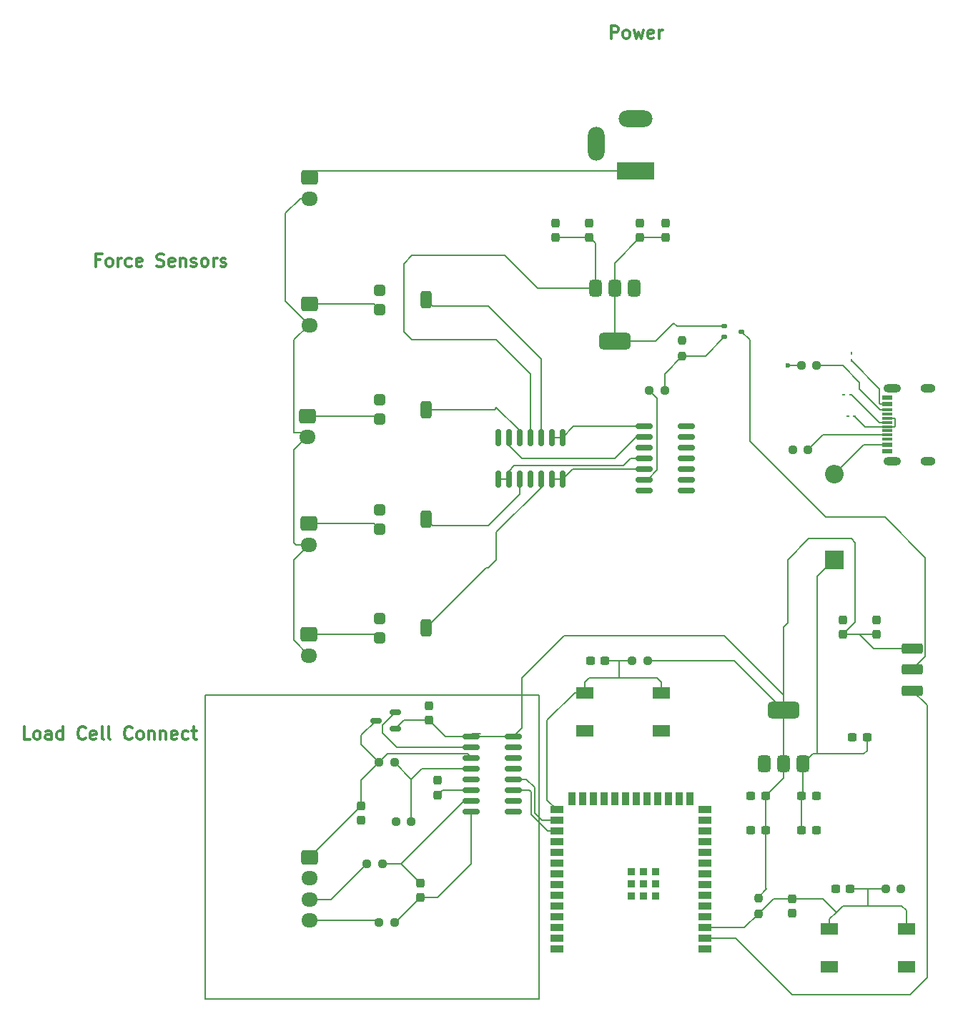
<source format=gbr>
%TF.GenerationSoftware,KiCad,Pcbnew,8.0.6*%
%TF.CreationDate,2024-11-14T02:25:25-08:00*%
%TF.ProjectId,project1,70726f6a-6563-4743-912e-6b696361645f,REV1*%
%TF.SameCoordinates,Original*%
%TF.FileFunction,Copper,L1,Top*%
%TF.FilePolarity,Positive*%
%FSLAX46Y46*%
G04 Gerber Fmt 4.6, Leading zero omitted, Abs format (unit mm)*
G04 Created by KiCad (PCBNEW 8.0.6) date 2024-11-14 02:25:25*
%MOMM*%
%LPD*%
G01*
G04 APERTURE LIST*
G04 Aperture macros list*
%AMRoundRect*
0 Rectangle with rounded corners*
0 $1 Rounding radius*
0 $2 $3 $4 $5 $6 $7 $8 $9 X,Y pos of 4 corners*
0 Add a 4 corners polygon primitive as box body*
4,1,4,$2,$3,$4,$5,$6,$7,$8,$9,$2,$3,0*
0 Add four circle primitives for the rounded corners*
1,1,$1+$1,$2,$3*
1,1,$1+$1,$4,$5*
1,1,$1+$1,$6,$7*
1,1,$1+$1,$8,$9*
0 Add four rect primitives between the rounded corners*
20,1,$1+$1,$2,$3,$4,$5,0*
20,1,$1+$1,$4,$5,$6,$7,0*
20,1,$1+$1,$6,$7,$8,$9,0*
20,1,$1+$1,$8,$9,$2,$3,0*%
G04 Aperture macros list end*
%TA.AperFunction,NonConductor*%
%ADD10C,0.200000*%
%TD*%
%ADD11C,0.300000*%
%TA.AperFunction,NonConductor*%
%ADD12C,0.300000*%
%TD*%
%TA.AperFunction,ComponentPad*%
%ADD13RoundRect,0.250000X-0.725000X0.600000X-0.725000X-0.600000X0.725000X-0.600000X0.725000X0.600000X0*%
%TD*%
%TA.AperFunction,ComponentPad*%
%ADD14O,1.950000X1.700000*%
%TD*%
%TA.AperFunction,SMDPad,CuDef*%
%ADD15RoundRect,0.375000X0.375000X-0.625000X0.375000X0.625000X-0.375000X0.625000X-0.375000X-0.625000X0*%
%TD*%
%TA.AperFunction,SMDPad,CuDef*%
%ADD16RoundRect,0.500000X1.400000X-0.500000X1.400000X0.500000X-1.400000X0.500000X-1.400000X-0.500000X0*%
%TD*%
%TA.AperFunction,SMDPad,CuDef*%
%ADD17RoundRect,0.375000X-0.375000X0.625000X-0.375000X-0.625000X0.375000X-0.625000X0.375000X0.625000X0*%
%TD*%
%TA.AperFunction,SMDPad,CuDef*%
%ADD18RoundRect,0.500000X-1.400000X0.500000X-1.400000X-0.500000X1.400000X-0.500000X1.400000X0.500000X0*%
%TD*%
%TA.AperFunction,SMDPad,CuDef*%
%ADD19RoundRect,0.150000X-0.825000X-0.150000X0.825000X-0.150000X0.825000X0.150000X-0.825000X0.150000X0*%
%TD*%
%TA.AperFunction,SMDPad,CuDef*%
%ADD20RoundRect,0.237500X0.237500X-0.250000X0.237500X0.250000X-0.237500X0.250000X-0.237500X-0.250000X0*%
%TD*%
%TA.AperFunction,SMDPad,CuDef*%
%ADD21RoundRect,0.237500X-0.250000X-0.237500X0.250000X-0.237500X0.250000X0.237500X-0.250000X0.237500X0*%
%TD*%
%TA.AperFunction,SMDPad,CuDef*%
%ADD22RoundRect,0.237500X0.250000X0.237500X-0.250000X0.237500X-0.250000X-0.237500X0.250000X-0.237500X0*%
%TD*%
%TA.AperFunction,SMDPad,CuDef*%
%ADD23RoundRect,0.237500X0.300000X0.237500X-0.300000X0.237500X-0.300000X-0.237500X0.300000X-0.237500X0*%
%TD*%
%TA.AperFunction,SMDPad,CuDef*%
%ADD24RoundRect,0.237500X-0.300000X-0.237500X0.300000X-0.237500X0.300000X0.237500X-0.300000X0.237500X0*%
%TD*%
%TA.AperFunction,SMDPad,CuDef*%
%ADD25RoundRect,0.237500X0.237500X-0.300000X0.237500X0.300000X-0.237500X0.300000X-0.237500X-0.300000X0*%
%TD*%
%TA.AperFunction,SMDPad,CuDef*%
%ADD26RoundRect,0.237500X-0.237500X0.300000X-0.237500X-0.300000X0.237500X-0.300000X0.237500X0.300000X0*%
%TD*%
%TA.AperFunction,SMDPad,CuDef*%
%ADD27R,2.100000X1.400000*%
%TD*%
%TA.AperFunction,SMDPad,CuDef*%
%ADD28RoundRect,0.250000X0.400000X-0.400000X0.400000X0.400000X-0.400000X0.400000X-0.400000X-0.400000X0*%
%TD*%
%TA.AperFunction,SMDPad,CuDef*%
%ADD29RoundRect,0.250000X0.400000X-0.750000X0.400000X0.750000X-0.400000X0.750000X-0.400000X-0.750000X0*%
%TD*%
%TA.AperFunction,SMDPad,CuDef*%
%ADD30R,1.240000X0.600000*%
%TD*%
%TA.AperFunction,SMDPad,CuDef*%
%ADD31R,1.240000X0.300000*%
%TD*%
%TA.AperFunction,ComponentPad*%
%ADD32O,2.100000X1.000000*%
%TD*%
%TA.AperFunction,ComponentPad*%
%ADD33O,1.800000X1.000000*%
%TD*%
%TA.AperFunction,SMDPad,CuDef*%
%ADD34RoundRect,0.150000X0.512500X0.150000X-0.512500X0.150000X-0.512500X-0.150000X0.512500X-0.150000X0*%
%TD*%
%TA.AperFunction,SMDPad,CuDef*%
%ADD35R,1.500000X0.900000*%
%TD*%
%TA.AperFunction,SMDPad,CuDef*%
%ADD36R,0.900000X1.500000*%
%TD*%
%TA.AperFunction,SMDPad,CuDef*%
%ADD37R,0.900000X0.900000*%
%TD*%
%TA.AperFunction,ComponentPad*%
%ADD38O,2.200000X2.200000*%
%TD*%
%TA.AperFunction,ComponentPad*%
%ADD39R,2.200000X2.200000*%
%TD*%
%TA.AperFunction,ComponentPad*%
%ADD40R,4.500000X2.000000*%
%TD*%
%TA.AperFunction,ComponentPad*%
%ADD41O,4.000000X2.000000*%
%TD*%
%TA.AperFunction,ComponentPad*%
%ADD42O,2.000000X4.000000*%
%TD*%
%TA.AperFunction,SMDPad,CuDef*%
%ADD43RoundRect,0.250000X1.000000X-0.375000X1.000000X0.375000X-1.000000X0.375000X-1.000000X-0.375000X0*%
%TD*%
%TA.AperFunction,SMDPad,CuDef*%
%ADD44RoundRect,0.062500X-0.062500X0.117500X-0.062500X-0.117500X0.062500X-0.117500X0.062500X0.117500X0*%
%TD*%
%TA.AperFunction,SMDPad,CuDef*%
%ADD45RoundRect,0.112500X-0.237500X0.112500X-0.237500X-0.112500X0.237500X-0.112500X0.237500X0.112500X0*%
%TD*%
%TA.AperFunction,SMDPad,CuDef*%
%ADD46RoundRect,0.150000X-0.150000X0.825000X-0.150000X-0.825000X0.150000X-0.825000X0.150000X0.825000X0*%
%TD*%
%TA.AperFunction,SMDPad,CuDef*%
%ADD47RoundRect,0.062500X-0.117500X-0.062500X0.117500X-0.062500X0.117500X0.062500X-0.117500X0.062500X0*%
%TD*%
%TA.AperFunction,SMDPad,CuDef*%
%ADD48RoundRect,0.150000X-0.850000X-0.150000X0.850000X-0.150000X0.850000X0.150000X-0.850000X0.150000X0*%
%TD*%
%TA.AperFunction,ViaPad*%
%ADD49C,0.600000*%
%TD*%
%TA.AperFunction,Conductor*%
%ADD50C,0.200000*%
%TD*%
G04 APERTURE END LIST*
D10*
X37500000Y-122000000D02*
X77000000Y-122000000D01*
X77000000Y-158000000D01*
X37500000Y-158000000D01*
X37500000Y-122000000D01*
D11*
D12*
X25054510Y-70515114D02*
X24554510Y-70515114D01*
X24554510Y-71300828D02*
X24554510Y-69800828D01*
X24554510Y-69800828D02*
X25268796Y-69800828D01*
X26054510Y-71300828D02*
X25911653Y-71229400D01*
X25911653Y-71229400D02*
X25840224Y-71157971D01*
X25840224Y-71157971D02*
X25768796Y-71015114D01*
X25768796Y-71015114D02*
X25768796Y-70586542D01*
X25768796Y-70586542D02*
X25840224Y-70443685D01*
X25840224Y-70443685D02*
X25911653Y-70372257D01*
X25911653Y-70372257D02*
X26054510Y-70300828D01*
X26054510Y-70300828D02*
X26268796Y-70300828D01*
X26268796Y-70300828D02*
X26411653Y-70372257D01*
X26411653Y-70372257D02*
X26483082Y-70443685D01*
X26483082Y-70443685D02*
X26554510Y-70586542D01*
X26554510Y-70586542D02*
X26554510Y-71015114D01*
X26554510Y-71015114D02*
X26483082Y-71157971D01*
X26483082Y-71157971D02*
X26411653Y-71229400D01*
X26411653Y-71229400D02*
X26268796Y-71300828D01*
X26268796Y-71300828D02*
X26054510Y-71300828D01*
X27197367Y-71300828D02*
X27197367Y-70300828D01*
X27197367Y-70586542D02*
X27268796Y-70443685D01*
X27268796Y-70443685D02*
X27340225Y-70372257D01*
X27340225Y-70372257D02*
X27483082Y-70300828D01*
X27483082Y-70300828D02*
X27625939Y-70300828D01*
X28768796Y-71229400D02*
X28625938Y-71300828D01*
X28625938Y-71300828D02*
X28340224Y-71300828D01*
X28340224Y-71300828D02*
X28197367Y-71229400D01*
X28197367Y-71229400D02*
X28125938Y-71157971D01*
X28125938Y-71157971D02*
X28054510Y-71015114D01*
X28054510Y-71015114D02*
X28054510Y-70586542D01*
X28054510Y-70586542D02*
X28125938Y-70443685D01*
X28125938Y-70443685D02*
X28197367Y-70372257D01*
X28197367Y-70372257D02*
X28340224Y-70300828D01*
X28340224Y-70300828D02*
X28625938Y-70300828D01*
X28625938Y-70300828D02*
X28768796Y-70372257D01*
X29983081Y-71229400D02*
X29840224Y-71300828D01*
X29840224Y-71300828D02*
X29554510Y-71300828D01*
X29554510Y-71300828D02*
X29411652Y-71229400D01*
X29411652Y-71229400D02*
X29340224Y-71086542D01*
X29340224Y-71086542D02*
X29340224Y-70515114D01*
X29340224Y-70515114D02*
X29411652Y-70372257D01*
X29411652Y-70372257D02*
X29554510Y-70300828D01*
X29554510Y-70300828D02*
X29840224Y-70300828D01*
X29840224Y-70300828D02*
X29983081Y-70372257D01*
X29983081Y-70372257D02*
X30054510Y-70515114D01*
X30054510Y-70515114D02*
X30054510Y-70657971D01*
X30054510Y-70657971D02*
X29340224Y-70800828D01*
X31768795Y-71229400D02*
X31983081Y-71300828D01*
X31983081Y-71300828D02*
X32340223Y-71300828D01*
X32340223Y-71300828D02*
X32483081Y-71229400D01*
X32483081Y-71229400D02*
X32554509Y-71157971D01*
X32554509Y-71157971D02*
X32625938Y-71015114D01*
X32625938Y-71015114D02*
X32625938Y-70872257D01*
X32625938Y-70872257D02*
X32554509Y-70729400D01*
X32554509Y-70729400D02*
X32483081Y-70657971D01*
X32483081Y-70657971D02*
X32340223Y-70586542D01*
X32340223Y-70586542D02*
X32054509Y-70515114D01*
X32054509Y-70515114D02*
X31911652Y-70443685D01*
X31911652Y-70443685D02*
X31840223Y-70372257D01*
X31840223Y-70372257D02*
X31768795Y-70229400D01*
X31768795Y-70229400D02*
X31768795Y-70086542D01*
X31768795Y-70086542D02*
X31840223Y-69943685D01*
X31840223Y-69943685D02*
X31911652Y-69872257D01*
X31911652Y-69872257D02*
X32054509Y-69800828D01*
X32054509Y-69800828D02*
X32411652Y-69800828D01*
X32411652Y-69800828D02*
X32625938Y-69872257D01*
X33840223Y-71229400D02*
X33697366Y-71300828D01*
X33697366Y-71300828D02*
X33411652Y-71300828D01*
X33411652Y-71300828D02*
X33268794Y-71229400D01*
X33268794Y-71229400D02*
X33197366Y-71086542D01*
X33197366Y-71086542D02*
X33197366Y-70515114D01*
X33197366Y-70515114D02*
X33268794Y-70372257D01*
X33268794Y-70372257D02*
X33411652Y-70300828D01*
X33411652Y-70300828D02*
X33697366Y-70300828D01*
X33697366Y-70300828D02*
X33840223Y-70372257D01*
X33840223Y-70372257D02*
X33911652Y-70515114D01*
X33911652Y-70515114D02*
X33911652Y-70657971D01*
X33911652Y-70657971D02*
X33197366Y-70800828D01*
X34554508Y-70300828D02*
X34554508Y-71300828D01*
X34554508Y-70443685D02*
X34625937Y-70372257D01*
X34625937Y-70372257D02*
X34768794Y-70300828D01*
X34768794Y-70300828D02*
X34983080Y-70300828D01*
X34983080Y-70300828D02*
X35125937Y-70372257D01*
X35125937Y-70372257D02*
X35197366Y-70515114D01*
X35197366Y-70515114D02*
X35197366Y-71300828D01*
X35840223Y-71229400D02*
X35983080Y-71300828D01*
X35983080Y-71300828D02*
X36268794Y-71300828D01*
X36268794Y-71300828D02*
X36411651Y-71229400D01*
X36411651Y-71229400D02*
X36483080Y-71086542D01*
X36483080Y-71086542D02*
X36483080Y-71015114D01*
X36483080Y-71015114D02*
X36411651Y-70872257D01*
X36411651Y-70872257D02*
X36268794Y-70800828D01*
X36268794Y-70800828D02*
X36054509Y-70800828D01*
X36054509Y-70800828D02*
X35911651Y-70729400D01*
X35911651Y-70729400D02*
X35840223Y-70586542D01*
X35840223Y-70586542D02*
X35840223Y-70515114D01*
X35840223Y-70515114D02*
X35911651Y-70372257D01*
X35911651Y-70372257D02*
X36054509Y-70300828D01*
X36054509Y-70300828D02*
X36268794Y-70300828D01*
X36268794Y-70300828D02*
X36411651Y-70372257D01*
X37340223Y-71300828D02*
X37197366Y-71229400D01*
X37197366Y-71229400D02*
X37125937Y-71157971D01*
X37125937Y-71157971D02*
X37054509Y-71015114D01*
X37054509Y-71015114D02*
X37054509Y-70586542D01*
X37054509Y-70586542D02*
X37125937Y-70443685D01*
X37125937Y-70443685D02*
X37197366Y-70372257D01*
X37197366Y-70372257D02*
X37340223Y-70300828D01*
X37340223Y-70300828D02*
X37554509Y-70300828D01*
X37554509Y-70300828D02*
X37697366Y-70372257D01*
X37697366Y-70372257D02*
X37768795Y-70443685D01*
X37768795Y-70443685D02*
X37840223Y-70586542D01*
X37840223Y-70586542D02*
X37840223Y-71015114D01*
X37840223Y-71015114D02*
X37768795Y-71157971D01*
X37768795Y-71157971D02*
X37697366Y-71229400D01*
X37697366Y-71229400D02*
X37554509Y-71300828D01*
X37554509Y-71300828D02*
X37340223Y-71300828D01*
X38483080Y-71300828D02*
X38483080Y-70300828D01*
X38483080Y-70586542D02*
X38554509Y-70443685D01*
X38554509Y-70443685D02*
X38625938Y-70372257D01*
X38625938Y-70372257D02*
X38768795Y-70300828D01*
X38768795Y-70300828D02*
X38911652Y-70300828D01*
X39340223Y-71229400D02*
X39483080Y-71300828D01*
X39483080Y-71300828D02*
X39768794Y-71300828D01*
X39768794Y-71300828D02*
X39911651Y-71229400D01*
X39911651Y-71229400D02*
X39983080Y-71086542D01*
X39983080Y-71086542D02*
X39983080Y-71015114D01*
X39983080Y-71015114D02*
X39911651Y-70872257D01*
X39911651Y-70872257D02*
X39768794Y-70800828D01*
X39768794Y-70800828D02*
X39554509Y-70800828D01*
X39554509Y-70800828D02*
X39411651Y-70729400D01*
X39411651Y-70729400D02*
X39340223Y-70586542D01*
X39340223Y-70586542D02*
X39340223Y-70515114D01*
X39340223Y-70515114D02*
X39411651Y-70372257D01*
X39411651Y-70372257D02*
X39554509Y-70300828D01*
X39554509Y-70300828D02*
X39768794Y-70300828D01*
X39768794Y-70300828D02*
X39911651Y-70372257D01*
D11*
D12*
X85554510Y-44300828D02*
X85554510Y-42800828D01*
X85554510Y-42800828D02*
X86125939Y-42800828D01*
X86125939Y-42800828D02*
X86268796Y-42872257D01*
X86268796Y-42872257D02*
X86340225Y-42943685D01*
X86340225Y-42943685D02*
X86411653Y-43086542D01*
X86411653Y-43086542D02*
X86411653Y-43300828D01*
X86411653Y-43300828D02*
X86340225Y-43443685D01*
X86340225Y-43443685D02*
X86268796Y-43515114D01*
X86268796Y-43515114D02*
X86125939Y-43586542D01*
X86125939Y-43586542D02*
X85554510Y-43586542D01*
X87268796Y-44300828D02*
X87125939Y-44229400D01*
X87125939Y-44229400D02*
X87054510Y-44157971D01*
X87054510Y-44157971D02*
X86983082Y-44015114D01*
X86983082Y-44015114D02*
X86983082Y-43586542D01*
X86983082Y-43586542D02*
X87054510Y-43443685D01*
X87054510Y-43443685D02*
X87125939Y-43372257D01*
X87125939Y-43372257D02*
X87268796Y-43300828D01*
X87268796Y-43300828D02*
X87483082Y-43300828D01*
X87483082Y-43300828D02*
X87625939Y-43372257D01*
X87625939Y-43372257D02*
X87697368Y-43443685D01*
X87697368Y-43443685D02*
X87768796Y-43586542D01*
X87768796Y-43586542D02*
X87768796Y-44015114D01*
X87768796Y-44015114D02*
X87697368Y-44157971D01*
X87697368Y-44157971D02*
X87625939Y-44229400D01*
X87625939Y-44229400D02*
X87483082Y-44300828D01*
X87483082Y-44300828D02*
X87268796Y-44300828D01*
X88268796Y-43300828D02*
X88554511Y-44300828D01*
X88554511Y-44300828D02*
X88840225Y-43586542D01*
X88840225Y-43586542D02*
X89125939Y-44300828D01*
X89125939Y-44300828D02*
X89411653Y-43300828D01*
X90554511Y-44229400D02*
X90411654Y-44300828D01*
X90411654Y-44300828D02*
X90125940Y-44300828D01*
X90125940Y-44300828D02*
X89983082Y-44229400D01*
X89983082Y-44229400D02*
X89911654Y-44086542D01*
X89911654Y-44086542D02*
X89911654Y-43515114D01*
X89911654Y-43515114D02*
X89983082Y-43372257D01*
X89983082Y-43372257D02*
X90125940Y-43300828D01*
X90125940Y-43300828D02*
X90411654Y-43300828D01*
X90411654Y-43300828D02*
X90554511Y-43372257D01*
X90554511Y-43372257D02*
X90625940Y-43515114D01*
X90625940Y-43515114D02*
X90625940Y-43657971D01*
X90625940Y-43657971D02*
X89911654Y-43800828D01*
X91268796Y-44300828D02*
X91268796Y-43300828D01*
X91268796Y-43586542D02*
X91340225Y-43443685D01*
X91340225Y-43443685D02*
X91411654Y-43372257D01*
X91411654Y-43372257D02*
X91554511Y-43300828D01*
X91554511Y-43300828D02*
X91697368Y-43300828D01*
D11*
D12*
X16768796Y-127300828D02*
X16054510Y-127300828D01*
X16054510Y-127300828D02*
X16054510Y-125800828D01*
X17483082Y-127300828D02*
X17340225Y-127229400D01*
X17340225Y-127229400D02*
X17268796Y-127157971D01*
X17268796Y-127157971D02*
X17197368Y-127015114D01*
X17197368Y-127015114D02*
X17197368Y-126586542D01*
X17197368Y-126586542D02*
X17268796Y-126443685D01*
X17268796Y-126443685D02*
X17340225Y-126372257D01*
X17340225Y-126372257D02*
X17483082Y-126300828D01*
X17483082Y-126300828D02*
X17697368Y-126300828D01*
X17697368Y-126300828D02*
X17840225Y-126372257D01*
X17840225Y-126372257D02*
X17911654Y-126443685D01*
X17911654Y-126443685D02*
X17983082Y-126586542D01*
X17983082Y-126586542D02*
X17983082Y-127015114D01*
X17983082Y-127015114D02*
X17911654Y-127157971D01*
X17911654Y-127157971D02*
X17840225Y-127229400D01*
X17840225Y-127229400D02*
X17697368Y-127300828D01*
X17697368Y-127300828D02*
X17483082Y-127300828D01*
X19268797Y-127300828D02*
X19268797Y-126515114D01*
X19268797Y-126515114D02*
X19197368Y-126372257D01*
X19197368Y-126372257D02*
X19054511Y-126300828D01*
X19054511Y-126300828D02*
X18768797Y-126300828D01*
X18768797Y-126300828D02*
X18625939Y-126372257D01*
X19268797Y-127229400D02*
X19125939Y-127300828D01*
X19125939Y-127300828D02*
X18768797Y-127300828D01*
X18768797Y-127300828D02*
X18625939Y-127229400D01*
X18625939Y-127229400D02*
X18554511Y-127086542D01*
X18554511Y-127086542D02*
X18554511Y-126943685D01*
X18554511Y-126943685D02*
X18625939Y-126800828D01*
X18625939Y-126800828D02*
X18768797Y-126729400D01*
X18768797Y-126729400D02*
X19125939Y-126729400D01*
X19125939Y-126729400D02*
X19268797Y-126657971D01*
X20625940Y-127300828D02*
X20625940Y-125800828D01*
X20625940Y-127229400D02*
X20483082Y-127300828D01*
X20483082Y-127300828D02*
X20197368Y-127300828D01*
X20197368Y-127300828D02*
X20054511Y-127229400D01*
X20054511Y-127229400D02*
X19983082Y-127157971D01*
X19983082Y-127157971D02*
X19911654Y-127015114D01*
X19911654Y-127015114D02*
X19911654Y-126586542D01*
X19911654Y-126586542D02*
X19983082Y-126443685D01*
X19983082Y-126443685D02*
X20054511Y-126372257D01*
X20054511Y-126372257D02*
X20197368Y-126300828D01*
X20197368Y-126300828D02*
X20483082Y-126300828D01*
X20483082Y-126300828D02*
X20625940Y-126372257D01*
X23340225Y-127157971D02*
X23268797Y-127229400D01*
X23268797Y-127229400D02*
X23054511Y-127300828D01*
X23054511Y-127300828D02*
X22911654Y-127300828D01*
X22911654Y-127300828D02*
X22697368Y-127229400D01*
X22697368Y-127229400D02*
X22554511Y-127086542D01*
X22554511Y-127086542D02*
X22483082Y-126943685D01*
X22483082Y-126943685D02*
X22411654Y-126657971D01*
X22411654Y-126657971D02*
X22411654Y-126443685D01*
X22411654Y-126443685D02*
X22483082Y-126157971D01*
X22483082Y-126157971D02*
X22554511Y-126015114D01*
X22554511Y-126015114D02*
X22697368Y-125872257D01*
X22697368Y-125872257D02*
X22911654Y-125800828D01*
X22911654Y-125800828D02*
X23054511Y-125800828D01*
X23054511Y-125800828D02*
X23268797Y-125872257D01*
X23268797Y-125872257D02*
X23340225Y-125943685D01*
X24554511Y-127229400D02*
X24411654Y-127300828D01*
X24411654Y-127300828D02*
X24125940Y-127300828D01*
X24125940Y-127300828D02*
X23983082Y-127229400D01*
X23983082Y-127229400D02*
X23911654Y-127086542D01*
X23911654Y-127086542D02*
X23911654Y-126515114D01*
X23911654Y-126515114D02*
X23983082Y-126372257D01*
X23983082Y-126372257D02*
X24125940Y-126300828D01*
X24125940Y-126300828D02*
X24411654Y-126300828D01*
X24411654Y-126300828D02*
X24554511Y-126372257D01*
X24554511Y-126372257D02*
X24625940Y-126515114D01*
X24625940Y-126515114D02*
X24625940Y-126657971D01*
X24625940Y-126657971D02*
X23911654Y-126800828D01*
X25483082Y-127300828D02*
X25340225Y-127229400D01*
X25340225Y-127229400D02*
X25268796Y-127086542D01*
X25268796Y-127086542D02*
X25268796Y-125800828D01*
X26268796Y-127300828D02*
X26125939Y-127229400D01*
X26125939Y-127229400D02*
X26054510Y-127086542D01*
X26054510Y-127086542D02*
X26054510Y-125800828D01*
X28840224Y-127157971D02*
X28768796Y-127229400D01*
X28768796Y-127229400D02*
X28554510Y-127300828D01*
X28554510Y-127300828D02*
X28411653Y-127300828D01*
X28411653Y-127300828D02*
X28197367Y-127229400D01*
X28197367Y-127229400D02*
X28054510Y-127086542D01*
X28054510Y-127086542D02*
X27983081Y-126943685D01*
X27983081Y-126943685D02*
X27911653Y-126657971D01*
X27911653Y-126657971D02*
X27911653Y-126443685D01*
X27911653Y-126443685D02*
X27983081Y-126157971D01*
X27983081Y-126157971D02*
X28054510Y-126015114D01*
X28054510Y-126015114D02*
X28197367Y-125872257D01*
X28197367Y-125872257D02*
X28411653Y-125800828D01*
X28411653Y-125800828D02*
X28554510Y-125800828D01*
X28554510Y-125800828D02*
X28768796Y-125872257D01*
X28768796Y-125872257D02*
X28840224Y-125943685D01*
X29697367Y-127300828D02*
X29554510Y-127229400D01*
X29554510Y-127229400D02*
X29483081Y-127157971D01*
X29483081Y-127157971D02*
X29411653Y-127015114D01*
X29411653Y-127015114D02*
X29411653Y-126586542D01*
X29411653Y-126586542D02*
X29483081Y-126443685D01*
X29483081Y-126443685D02*
X29554510Y-126372257D01*
X29554510Y-126372257D02*
X29697367Y-126300828D01*
X29697367Y-126300828D02*
X29911653Y-126300828D01*
X29911653Y-126300828D02*
X30054510Y-126372257D01*
X30054510Y-126372257D02*
X30125939Y-126443685D01*
X30125939Y-126443685D02*
X30197367Y-126586542D01*
X30197367Y-126586542D02*
X30197367Y-127015114D01*
X30197367Y-127015114D02*
X30125939Y-127157971D01*
X30125939Y-127157971D02*
X30054510Y-127229400D01*
X30054510Y-127229400D02*
X29911653Y-127300828D01*
X29911653Y-127300828D02*
X29697367Y-127300828D01*
X30840224Y-126300828D02*
X30840224Y-127300828D01*
X30840224Y-126443685D02*
X30911653Y-126372257D01*
X30911653Y-126372257D02*
X31054510Y-126300828D01*
X31054510Y-126300828D02*
X31268796Y-126300828D01*
X31268796Y-126300828D02*
X31411653Y-126372257D01*
X31411653Y-126372257D02*
X31483082Y-126515114D01*
X31483082Y-126515114D02*
X31483082Y-127300828D01*
X32197367Y-126300828D02*
X32197367Y-127300828D01*
X32197367Y-126443685D02*
X32268796Y-126372257D01*
X32268796Y-126372257D02*
X32411653Y-126300828D01*
X32411653Y-126300828D02*
X32625939Y-126300828D01*
X32625939Y-126300828D02*
X32768796Y-126372257D01*
X32768796Y-126372257D02*
X32840225Y-126515114D01*
X32840225Y-126515114D02*
X32840225Y-127300828D01*
X34125939Y-127229400D02*
X33983082Y-127300828D01*
X33983082Y-127300828D02*
X33697368Y-127300828D01*
X33697368Y-127300828D02*
X33554510Y-127229400D01*
X33554510Y-127229400D02*
X33483082Y-127086542D01*
X33483082Y-127086542D02*
X33483082Y-126515114D01*
X33483082Y-126515114D02*
X33554510Y-126372257D01*
X33554510Y-126372257D02*
X33697368Y-126300828D01*
X33697368Y-126300828D02*
X33983082Y-126300828D01*
X33983082Y-126300828D02*
X34125939Y-126372257D01*
X34125939Y-126372257D02*
X34197368Y-126515114D01*
X34197368Y-126515114D02*
X34197368Y-126657971D01*
X34197368Y-126657971D02*
X33483082Y-126800828D01*
X35483082Y-127229400D02*
X35340224Y-127300828D01*
X35340224Y-127300828D02*
X35054510Y-127300828D01*
X35054510Y-127300828D02*
X34911653Y-127229400D01*
X34911653Y-127229400D02*
X34840224Y-127157971D01*
X34840224Y-127157971D02*
X34768796Y-127015114D01*
X34768796Y-127015114D02*
X34768796Y-126586542D01*
X34768796Y-126586542D02*
X34840224Y-126443685D01*
X34840224Y-126443685D02*
X34911653Y-126372257D01*
X34911653Y-126372257D02*
X35054510Y-126300828D01*
X35054510Y-126300828D02*
X35340224Y-126300828D01*
X35340224Y-126300828D02*
X35483082Y-126372257D01*
X35911653Y-126300828D02*
X36483081Y-126300828D01*
X36125938Y-125800828D02*
X36125938Y-127086542D01*
X36125938Y-127086542D02*
X36197367Y-127229400D01*
X36197367Y-127229400D02*
X36340224Y-127300828D01*
X36340224Y-127300828D02*
X36483081Y-127300828D01*
D13*
%TO.P,J5,1,Pin_1*%
%TO.N,Net-(J5-Pin_1)*%
X49800000Y-101750000D03*
D14*
%TO.P,J5,2,Pin_2*%
%TO.N,+5V_WALL*%
X49800000Y-104250000D03*
%TD*%
D15*
%TO.P,U6,1,GND*%
%TO.N,GND*%
X103700000Y-130150000D03*
%TO.P,U6,2,VO*%
%TO.N,ESP_3.3V*%
X106000000Y-130150000D03*
D16*
X106000000Y-123850000D03*
D15*
%TO.P,U6,3,VI*%
%TO.N,+5VUSB*%
X108300000Y-130150000D03*
%TD*%
D17*
%TO.P,U3,1,GND*%
%TO.N,GND*%
X88300000Y-73850000D03*
%TO.P,U3,2,VO*%
%TO.N,+3.3V_WALL*%
X86000000Y-73850000D03*
D18*
X86000000Y-80150000D03*
D17*
%TO.P,U3,3,VI*%
%TO.N,+5V_WALL*%
X83700000Y-73850000D03*
%TD*%
D19*
%TO.P,U2,14,VCC*%
%TO.N,+5V_WALL*%
X94475000Y-90190000D03*
%TO.P,U2,13*%
%TO.N,unconnected-(U2-Pad13)*%
X94475000Y-91460000D03*
%TO.P,U2,12*%
%TO.N,unconnected-(U2-Pad12)*%
X94475000Y-92730000D03*
%TO.P,U2,11*%
%TO.N,N/C*%
X94475000Y-94000000D03*
%TO.P,U2,10*%
%TO.N,unconnected-(U2-Pad10)*%
X94475000Y-95270000D03*
%TO.P,U2,9*%
%TO.N,unconnected-(U2-Pad9)*%
X94475000Y-96540000D03*
%TO.P,U2,8*%
%TO.N,unconnected-(U2-Pad8)*%
X94475000Y-97810000D03*
%TO.P,U2,7,GND*%
%TO.N,GND*%
X89525000Y-97810000D03*
%TO.P,U2,6*%
%TO.N,Net-(R1-Pad1)*%
X89525000Y-96540000D03*
%TO.P,U2,5*%
%TO.N,Net-(U4D--)*%
X89525000Y-95270000D03*
%TO.P,U2,4*%
%TO.N,Net-(U4C--)*%
X89525000Y-94000000D03*
%TO.P,U2,3*%
%TO.N,N/C*%
X89525000Y-92730000D03*
%TO.P,U2,2*%
%TO.N,Net-(U4B--)*%
X89525000Y-91460000D03*
%TO.P,U2,1*%
%TO.N,Net-(U4A--)*%
X89525000Y-90190000D03*
%TD*%
D20*
%TO.P,R15,1*%
%TO.N,CHIP_PU_EN*%
X103000000Y-147912500D03*
%TO.P,R15,2*%
%TO.N,ESP_3.3V*%
X103000000Y-146087500D03*
%TD*%
D21*
%TO.P,R14,1*%
%TO.N,CHIP_PU_EN*%
X118087500Y-145000000D03*
%TO.P,R14,2*%
%TO.N,ESP_3.3V*%
X119912500Y-145000000D03*
%TD*%
%TO.P,R13,1*%
%TO.N,GPIO0_BOOT*%
X88087500Y-118000000D03*
%TO.P,R13,2*%
%TO.N,ESP_3.3V*%
X89912500Y-118000000D03*
%TD*%
%TO.P,R12,2*%
%TO.N,Net-(J8-CC1)*%
X108912500Y-93000000D03*
%TO.P,R12,1*%
%TO.N,GND*%
X107087500Y-93000000D03*
%TD*%
D22*
%TO.P,R7,1*%
%TO.N,Net-(U1-INA+)*%
X59912500Y-149000000D03*
%TO.P,R7,2*%
%TO.N,Net-(J2-Pin_4)*%
X58087500Y-149000000D03*
%TD*%
%TO.P,R6,1*%
%TO.N,Net-(U1-INA-)*%
X58500000Y-142000000D03*
%TO.P,R6,2*%
%TO.N,Net-(J2-Pin_3)*%
X56675000Y-142000000D03*
%TD*%
D21*
%TO.P,R5,1*%
%TO.N,GND*%
X60087500Y-137000000D03*
%TO.P,R5,2*%
%TO.N,Net-(U1-VFB)*%
X61912500Y-137000000D03*
%TD*%
D22*
%TO.P,R4,1*%
%TO.N,Net-(U1-VFB)*%
X59912500Y-130000000D03*
%TO.P,R4,2*%
%TO.N,Net-(J2-Pin_1)*%
X58087500Y-130000000D03*
%TD*%
D20*
%TO.P,R3,1*%
%TO.N,Net-(Q1-G)*%
X94000000Y-81912500D03*
%TO.P,R3,2*%
%TO.N,GND*%
X94000000Y-80087500D03*
%TD*%
D21*
%TO.P,R2,2*%
%TO.N,Net-(J8-CC2)*%
X109912500Y-83000000D03*
%TO.P,R2,1*%
%TO.N,GND*%
X108087500Y-83000000D03*
%TD*%
%TO.P,R1,1*%
%TO.N,Net-(R1-Pad1)*%
X90087500Y-86000000D03*
%TO.P,R1,2*%
%TO.N,Net-(Q1-G)*%
X91912500Y-86000000D03*
%TD*%
D13*
%TO.P,J6,1,Pin_1*%
%TO.N,Net-(J6-Pin_1)*%
X49800000Y-114850000D03*
D14*
%TO.P,J6,2,Pin_2*%
%TO.N,+5V_WALL*%
X49800000Y-117350000D03*
%TD*%
D13*
%TO.P,J2,1,Pin_1*%
%TO.N,Net-(J2-Pin_1)*%
X49900000Y-141250000D03*
D14*
%TO.P,J2,2,Pin_2*%
%TO.N,GND*%
X49900000Y-143750000D03*
%TO.P,J2,3,Pin_3*%
%TO.N,Net-(J2-Pin_3)*%
X49900000Y-146250000D03*
%TO.P,J2,4,Pin_4*%
%TO.N,Net-(J2-Pin_4)*%
X49900000Y-148750000D03*
%TD*%
D23*
%TO.P,C18,1*%
%TO.N,ESP_3.3V*%
X103862500Y-138000000D03*
%TO.P,C18,2*%
%TO.N,GND*%
X102137500Y-138000000D03*
%TD*%
%TO.P,C17,1*%
%TO.N,ESP_3.3V*%
X103862500Y-134000000D03*
%TO.P,C17,2*%
%TO.N,GND*%
X102137500Y-134000000D03*
%TD*%
D24*
%TO.P,C16,1*%
%TO.N,+5VUSB*%
X108137500Y-134000000D03*
%TO.P,C16,2*%
%TO.N,GND*%
X109862500Y-134000000D03*
%TD*%
%TO.P,C15,1*%
%TO.N,+5VUSB*%
X108137500Y-138000000D03*
%TO.P,C15,2*%
%TO.N,GND*%
X109862500Y-138000000D03*
%TD*%
D25*
%TO.P,C14,1*%
%TO.N,ESP_3.3V*%
X117000000Y-114862500D03*
%TO.P,C14,2*%
%TO.N,GND*%
X117000000Y-113137500D03*
%TD*%
%TO.P,C13,1*%
%TO.N,ESP_3.3V*%
X113000000Y-114862500D03*
%TO.P,C13,2*%
%TO.N,GND*%
X113000000Y-113137500D03*
%TD*%
%TO.P,C12,1*%
%TO.N,GND*%
X107000000Y-147862500D03*
%TO.P,C12,2*%
%TO.N,CHIP_PU_EN*%
X107000000Y-146137500D03*
%TD*%
D24*
%TO.P,C11,1*%
%TO.N,GND*%
X112137500Y-145000000D03*
%TO.P,C11,2*%
%TO.N,CHIP_PU_EN*%
X113862500Y-145000000D03*
%TD*%
%TO.P,C10,1*%
%TO.N,GND*%
X83137500Y-118000000D03*
%TO.P,C10,2*%
%TO.N,GPIO0_BOOT*%
X84862500Y-118000000D03*
%TD*%
%TO.P,C9,2*%
%TO.N,+5VUSB*%
X115862500Y-127000000D03*
%TO.P,C9,1*%
%TO.N,GND*%
X114137500Y-127000000D03*
%TD*%
D25*
%TO.P,C8,1*%
%TO.N,+3.3V_WALL*%
X92000000Y-67862500D03*
%TO.P,C8,2*%
%TO.N,GND*%
X92000000Y-66137500D03*
%TD*%
%TO.P,C7,1*%
%TO.N,+3.3V_WALL*%
X89000000Y-67862500D03*
%TO.P,C7,2*%
%TO.N,GND*%
X89000000Y-66137500D03*
%TD*%
%TO.P,C6,1*%
%TO.N,+5V_WALL*%
X83000000Y-67862500D03*
%TO.P,C6,2*%
%TO.N,GND*%
X83000000Y-66137500D03*
%TD*%
%TO.P,C5,1*%
%TO.N,+5V_WALL*%
X79000000Y-67862500D03*
%TO.P,C5,2*%
%TO.N,GND*%
X79000000Y-66137500D03*
%TD*%
%TO.P,C4,1*%
%TO.N,Net-(U1-INA+)*%
X63000000Y-146000000D03*
%TO.P,C4,2*%
%TO.N,Net-(U1-INA-)*%
X63000000Y-144275000D03*
%TD*%
%TO.P,C3,1*%
%TO.N,Net-(U1-VBG)*%
X65000000Y-133862500D03*
%TO.P,C3,2*%
%TO.N,GND*%
X65000000Y-132137500D03*
%TD*%
%TO.P,C2,1*%
%TO.N,GND*%
X56000000Y-136862500D03*
%TO.P,C2,2*%
%TO.N,Net-(J2-Pin_1)*%
X56000000Y-135137500D03*
%TD*%
D26*
%TO.P,C1,1*%
%TO.N,GND*%
X64000000Y-123275000D03*
%TO.P,C1,2*%
%TO.N,ESP_3.3V*%
X64000000Y-125000000D03*
%TD*%
D27*
%TO.P,S2,1*%
%TO.N,CHIP_PU_EN*%
X111450000Y-149750000D03*
%TO.P,S2,2*%
%TO.N,GND*%
X111450000Y-154250000D03*
%TO.P,S2,3*%
%TO.N,CHIP_PU_EN*%
X120550000Y-149750000D03*
%TO.P,S2,4*%
%TO.N,GND*%
X120550000Y-154250000D03*
%TD*%
D28*
%TO.P,RV1,1,1*%
%TO.N,Net-(J3-Pin_1)*%
X58150000Y-76400000D03*
D29*
%TO.P,RV1,2,2*%
%TO.N,Net-(U4A-+)*%
X63650000Y-75250000D03*
D28*
%TO.P,RV1,3,3*%
%TO.N,GND*%
X58150000Y-74100000D03*
%TD*%
D30*
%TO.P,J8,A1,GND*%
%TO.N,GND*%
X118275000Y-93200000D03*
%TO.P,J8,A4,VBUS*%
%TO.N,Net-(D1-A)*%
X118275000Y-92400000D03*
D31*
%TO.P,J8,A5,CC1*%
%TO.N,Net-(J8-CC1)*%
X118275000Y-91250000D03*
%TO.P,J8,A6,D+*%
%TO.N,Net-(D4-A1)*%
X118275000Y-90250000D03*
%TO.P,J8,A7,D-*%
%TO.N,Net-(D3-A1)*%
X118275000Y-89750000D03*
%TO.P,J8,A8,SBU1*%
%TO.N,unconnected-(J8-SBU1-PadA8)*%
X118275000Y-88750000D03*
D30*
%TO.P,J8,A9,VBUS*%
%TO.N,Net-(D1-A)*%
X118275000Y-87600000D03*
%TO.P,J8,A12,GND*%
%TO.N,GND*%
X118275000Y-86800000D03*
%TO.P,J8,B1,GND*%
X118275000Y-86800000D03*
%TO.P,J8,B4,VBUS*%
%TO.N,Net-(D1-A)*%
X118275000Y-87600000D03*
D31*
%TO.P,J8,B5,CC2*%
%TO.N,Net-(J8-CC2)*%
X118275000Y-88250000D03*
%TO.P,J8,B6,D+*%
%TO.N,Net-(D4-A1)*%
X118275000Y-89250000D03*
%TO.P,J8,B7,D-*%
%TO.N,Net-(D3-A1)*%
X118275000Y-90750000D03*
%TO.P,J8,B8,SBU2*%
%TO.N,unconnected-(J8-SBU2-PadB8)*%
X118275000Y-91750000D03*
D30*
%TO.P,J8,B9,VBUS*%
%TO.N,Net-(D1-A)*%
X118275000Y-92400000D03*
%TO.P,J8,B12,GND*%
%TO.N,GND*%
X118275000Y-93200000D03*
D32*
%TO.P,J8,S1,SHIELD*%
X118875000Y-94320000D03*
D33*
X123075000Y-94320000D03*
D32*
X118875000Y-85680000D03*
D33*
X123075000Y-85680000D03*
%TD*%
D28*
%TO.P,RV4,1,1*%
%TO.N,Net-(J6-Pin_1)*%
X58150000Y-115250000D03*
D29*
%TO.P,RV4,2,2*%
%TO.N,Net-(U4D-+)*%
X63650000Y-114100000D03*
D28*
%TO.P,RV4,3,3*%
%TO.N,GND*%
X58150000Y-112950000D03*
%TD*%
D34*
%TO.P,Q2,1,E*%
%TO.N,ESP_3.3V*%
X60000000Y-126000000D03*
%TO.P,Q2,2,B*%
%TO.N,Net-(Q2-B)*%
X60000000Y-124100000D03*
%TO.P,Q2,3,C*%
%TO.N,Net-(J2-Pin_1)*%
X57725000Y-125050000D03*
%TD*%
D13*
%TO.P,J4,1,Pin_1*%
%TO.N,Net-(J4-Pin_1)*%
X49650000Y-89000000D03*
D14*
%TO.P,J4,2,Pin_2*%
%TO.N,+5V_WALL*%
X49650000Y-91500000D03*
%TD*%
D13*
%TO.P,J3,1,Pin_1*%
%TO.N,Net-(J3-Pin_1)*%
X49900000Y-75750000D03*
D14*
%TO.P,J3,2,Pin_2*%
%TO.N,+5V_WALL*%
X49900000Y-78250000D03*
%TD*%
D35*
%TO.P,U5,1,GND*%
%TO.N,GND*%
X96650000Y-152115000D03*
%TO.P,U5,2,3V3*%
%TO.N,Net-(SW1-B)*%
X96650000Y-150845000D03*
%TO.P,U5,3,EN*%
%TO.N,CHIP_PU_EN*%
X96650000Y-149575000D03*
%TO.P,U5,4,GPIO4*%
%TO.N,unconnected-(U5-GPIO4-Pad4)*%
X96650000Y-148305000D03*
%TO.P,U5,5,GPIO5*%
%TO.N,unconnected-(U5-GPIO5-Pad5)*%
X96650000Y-147035000D03*
%TO.P,U5,6,GPIO6*%
%TO.N,unconnected-(U5-GPIO6-Pad6)*%
X96650000Y-145765000D03*
%TO.P,U5,7,GPIO7*%
%TO.N,unconnected-(U5-GPIO7-Pad7)*%
X96650000Y-144495000D03*
%TO.P,U5,8,GPIO15*%
%TO.N,unconnected-(U5-GPIO15-Pad8)*%
X96650000Y-143225000D03*
%TO.P,U5,9,GPIO16*%
%TO.N,unconnected-(U5-GPIO16-Pad9)*%
X96650000Y-141955000D03*
%TO.P,U5,10,GPIO17*%
%TO.N,unconnected-(U5-GPIO17-Pad10)*%
X96650000Y-140685000D03*
%TO.P,U5,11,GPIO18/CLK_OUT3*%
%TO.N,unconnected-(U5-GPIO18{slash}CLK_OUT3-Pad11)*%
X96650000Y-139415000D03*
%TO.P,U5,12,GPIO8*%
%TO.N,unconnected-(U5-GPIO8-Pad12)*%
X96650000Y-138145000D03*
%TO.P,U5,13,GPIO19/USB_D-*%
%TO.N,Net-(D3-A1)*%
X96650000Y-136875000D03*
%TO.P,U5,14,GPIO20/USB_D+*%
%TO.N,Net-(D4-A1)*%
X96650000Y-135605000D03*
D36*
%TO.P,U5,15,GPIO3*%
%TO.N,unconnected-(U5-GPIO3-Pad15)*%
X94885000Y-134355000D03*
%TO.P,U5,16,GPIO46*%
%TO.N,unconnected-(U5-GPIO46-Pad16)*%
X93615000Y-134355000D03*
%TO.P,U5,17,GPIO9*%
%TO.N,unconnected-(U5-GPIO9-Pad17)*%
X92345000Y-134355000D03*
%TO.P,U5,18,GPIO10*%
%TO.N,unconnected-(U5-GPIO10-Pad18)*%
X91075000Y-134355000D03*
%TO.P,U5,19,GPIO11*%
%TO.N,unconnected-(U5-GPIO11-Pad19)*%
X89805000Y-134355000D03*
%TO.P,U5,20,GPIO12*%
%TO.N,unconnected-(U5-GPIO12-Pad20)*%
X88535000Y-134355000D03*
%TO.P,U5,21,GPIO13*%
%TO.N,unconnected-(U5-GPIO13-Pad21)*%
X87265000Y-134355000D03*
%TO.P,U5,22,GPIO14*%
%TO.N,unconnected-(U5-GPIO14-Pad22)*%
X85995000Y-134355000D03*
%TO.P,U5,23,GPIO21*%
%TO.N,unconnected-(U5-GPIO21-Pad23)*%
X84725000Y-134355000D03*
%TO.P,U5,24,GPIO47/SPICLK_P*%
%TO.N,unconnected-(U5-GPIO47{slash}SPICLK_P-Pad24)*%
X83455000Y-134355000D03*
%TO.P,U5,25,GPIO48/SPICLK_N*%
%TO.N,unconnected-(U5-GPIO48{slash}SPICLK_N-Pad25)*%
X82185000Y-134355000D03*
%TO.P,U5,26,GPIO45*%
%TO.N,unconnected-(U5-GPIO45-Pad26)*%
X80915000Y-134355000D03*
D35*
%TO.P,U5,27,GPIO0/BOOT*%
%TO.N,GPIO0_BOOT*%
X79150000Y-135605000D03*
%TO.P,U5,28,SPIIO6/GPIO35*%
%TO.N,GPIO_35*%
X79150000Y-136875000D03*
%TO.P,U5,29,SPIIO7/GPIO36*%
%TO.N,GPIO_36*%
X79150000Y-138145000D03*
%TO.P,U5,30,SPIDQS/GPIO37*%
%TO.N,unconnected-(U5-SPIDQS{slash}GPIO37-Pad30)*%
X79150000Y-139415000D03*
%TO.P,U5,31,GPIO38*%
%TO.N,unconnected-(U5-GPIO38-Pad31)*%
X79150000Y-140685000D03*
%TO.P,U5,32,MTCK/GPIO39/CLK_OUT3/SUBSPICS1*%
%TO.N,unconnected-(U5-MTCK{slash}GPIO39{slash}CLK_OUT3{slash}SUBSPICS1-Pad32)*%
X79150000Y-141955000D03*
%TO.P,U5,33,MTDO/GPIO40/CLK_OUT2*%
%TO.N,unconnected-(U5-MTDO{slash}GPIO40{slash}CLK_OUT2-Pad33)*%
X79150000Y-143225000D03*
%TO.P,U5,34,MTDI/GPIO41/CLK_OUT1*%
%TO.N,unconnected-(U5-MTDI{slash}GPIO41{slash}CLK_OUT1-Pad34)*%
X79150000Y-144495000D03*
%TO.P,U5,35,MTMS/GPIO42*%
%TO.N,unconnected-(U5-MTMS{slash}GPIO42-Pad35)*%
X79150000Y-145765000D03*
%TO.P,U5,36,U0RXD/GPIO44/CLK_OUT2*%
%TO.N,unconnected-(U5-U0RXD{slash}GPIO44{slash}CLK_OUT2-Pad36)*%
X79150000Y-147035000D03*
%TO.P,U5,37,U0TXD/GPIO43/CLK_OUT1*%
%TO.N,unconnected-(U5-U0TXD{slash}GPIO43{slash}CLK_OUT1-Pad37)*%
X79150000Y-148305000D03*
%TO.P,U5,38,GPIO2*%
%TO.N,unconnected-(U5-GPIO2-Pad38)*%
X79150000Y-149575000D03*
%TO.P,U5,39,GPIO1*%
%TO.N,unconnected-(U5-GPIO1-Pad39)*%
X79150000Y-150845000D03*
%TO.P,U5,40,GND*%
%TO.N,GND*%
X79150000Y-152115000D03*
D37*
%TO.P,U5,41,GND*%
X90800000Y-145795000D03*
X90800000Y-144395000D03*
X90800000Y-142995000D03*
X90800000Y-142995000D03*
X89400000Y-145795000D03*
X89400000Y-145795000D03*
X89400000Y-144395000D03*
X89400000Y-142995000D03*
X88000000Y-145795000D03*
X88000000Y-144395000D03*
X88000000Y-142995000D03*
%TD*%
D38*
%TO.P,D1,2,A*%
%TO.N,Net-(D1-A)*%
X112000000Y-95920000D03*
D39*
%TO.P,D1,1,K*%
%TO.N,+5VUSB*%
X112000000Y-106080000D03*
%TD*%
D40*
%TO.P,J1,1*%
%TO.N,Net-(J7-Pin_1)*%
X88500000Y-60000000D03*
D41*
%TO.P,J1,2*%
%TO.N,GND*%
X88500000Y-53800000D03*
D42*
%TO.P,J1,3*%
X83800000Y-56800000D03*
%TD*%
D28*
%TO.P,RV2,1,1*%
%TO.N,Net-(J4-Pin_1)*%
X58150000Y-89400000D03*
D29*
%TO.P,RV2,2,2*%
%TO.N,Net-(U4B-+)*%
X63650000Y-88250000D03*
D28*
%TO.P,RV2,3,3*%
%TO.N,GND*%
X58150000Y-87100000D03*
%TD*%
D43*
%TO.P,SW1,3,A*%
%TO.N,ESP_3.3V*%
X121250000Y-116500000D03*
%TO.P,SW1,2,C*%
%TO.N,NFET_3.3V*%
X121250000Y-119000000D03*
%TO.P,SW1,1,B*%
%TO.N,Net-(SW1-B)*%
X121250000Y-121500000D03*
%TD*%
D44*
%TO.P,D2,2,A2*%
%TO.N,GND*%
X114000000Y-81580000D03*
%TO.P,D2,1,A1*%
%TO.N,Net-(D1-A)*%
X114000000Y-82420000D03*
%TD*%
D13*
%TO.P,J7,1,Pin_1*%
%TO.N,Net-(J7-Pin_1)*%
X49900000Y-60750000D03*
D14*
%TO.P,J7,2,Pin_2*%
%TO.N,+5V_WALL*%
X49900000Y-63250000D03*
%TD*%
D45*
%TO.P,Q1,1,D*%
%TO.N,+3.3V_WALL*%
X99000000Y-78350000D03*
%TO.P,Q1,2,G*%
%TO.N,Net-(Q1-G)*%
X99000000Y-79650000D03*
%TO.P,Q1,3,S*%
%TO.N,NFET_3.3V*%
X101000000Y-79000000D03*
%TD*%
D46*
%TO.P,U4,1*%
%TO.N,Net-(U4A--)*%
X79810000Y-91525000D03*
%TO.P,U4,2,-*%
X78540000Y-91525000D03*
%TO.P,U4,3,+*%
%TO.N,Net-(U4A-+)*%
X77270000Y-91525000D03*
%TO.P,U4,4,V+*%
%TO.N,+5V_WALL*%
X76000000Y-91525000D03*
%TO.P,U4,5,+*%
%TO.N,Net-(U4B-+)*%
X74730000Y-91525000D03*
%TO.P,U4,6,-*%
%TO.N,Net-(U4B--)*%
X73460000Y-91525000D03*
%TO.P,U4,7*%
X72190000Y-91525000D03*
%TO.P,U4,8*%
%TO.N,Net-(U4C--)*%
X72190000Y-96475000D03*
%TO.P,U4,9,-*%
X73460000Y-96475000D03*
%TO.P,U4,10,+*%
%TO.N,Net-(U4C-+)*%
X74730000Y-96475000D03*
%TO.P,U4,11,V-*%
%TO.N,GND*%
X76000000Y-96475000D03*
%TO.P,U4,12,+*%
%TO.N,Net-(U4D-+)*%
X77270000Y-96475000D03*
%TO.P,U4,13,-*%
%TO.N,Net-(U4D--)*%
X78540000Y-96475000D03*
%TO.P,U4,14*%
X79810000Y-96475000D03*
%TD*%
D47*
%TO.P,D4,2,A2*%
%TO.N,GND*%
X113580000Y-89000000D03*
%TO.P,D4,1,A1*%
%TO.N,Net-(D4-A1)*%
X114420000Y-89000000D03*
%TD*%
D48*
%TO.P,U1,1,VSUP*%
%TO.N,ESP_3.3V*%
X69000000Y-126920000D03*
%TO.P,U1,2,BASE*%
%TO.N,Net-(Q2-B)*%
X69000000Y-128190000D03*
%TO.P,U1,3,AVDD*%
%TO.N,Net-(J2-Pin_1)*%
X69000000Y-129460000D03*
%TO.P,U1,4,VFB*%
%TO.N,Net-(U1-VFB)*%
X69000000Y-130730000D03*
%TO.P,U1,5,AGND*%
%TO.N,GND*%
X69000000Y-132000000D03*
%TO.P,U1,6,VBG*%
%TO.N,Net-(U1-VBG)*%
X69000000Y-133270000D03*
%TO.P,U1,7,INA-*%
%TO.N,Net-(U1-INA-)*%
X69000000Y-134540000D03*
%TO.P,U1,8,INA+*%
%TO.N,Net-(U1-INA+)*%
X69000000Y-135810000D03*
%TO.P,U1,9,INB-*%
%TO.N,GND*%
X74000000Y-135810000D03*
%TO.P,U1,10,INB+*%
X74000000Y-134540000D03*
%TO.P,U1,11,PD_SCK*%
%TO.N,GPIO_36*%
X74000000Y-133270000D03*
%TO.P,U1,12,DOUT*%
%TO.N,GPIO_35*%
X74000000Y-132000000D03*
%TO.P,U1,13,XO*%
%TO.N,unconnected-(U1-XO-Pad13)*%
X74000000Y-130730000D03*
%TO.P,U1,14,XI*%
%TO.N,GND*%
X74000000Y-129460000D03*
%TO.P,U1,15,RATE*%
X74000000Y-128190000D03*
%TO.P,U1,16,DVDD*%
%TO.N,ESP_3.3V*%
X74000000Y-126920000D03*
%TD*%
D27*
%TO.P,S1,1*%
%TO.N,GPIO0_BOOT*%
X82450000Y-121750000D03*
%TO.P,S1,2*%
%TO.N,GND*%
X82450000Y-126250000D03*
%TO.P,S1,3*%
%TO.N,GPIO0_BOOT*%
X91550000Y-121750000D03*
%TO.P,S1,4*%
%TO.N,GND*%
X91550000Y-126250000D03*
%TD*%
D28*
%TO.P,RV3,1,1*%
%TO.N,Net-(J5-Pin_1)*%
X58150000Y-102400000D03*
D29*
%TO.P,RV3,2,2*%
%TO.N,Net-(U4C-+)*%
X63650000Y-101250000D03*
D28*
%TO.P,RV3,3,3*%
%TO.N,GND*%
X58150000Y-100100000D03*
%TD*%
D47*
%TO.P,D3,2,A2*%
%TO.N,GND*%
X113080000Y-86500000D03*
%TO.P,D3,1,A1*%
%TO.N,Net-(D3-A1)*%
X113920000Y-86500000D03*
%TD*%
D49*
%TO.N,GND*%
X106500000Y-83000000D03*
%TD*%
D50*
%TO.N,GND*%
X108087500Y-83000000D02*
X106500000Y-83000000D01*
%TO.N,Net-(D4-A1)*%
X115670000Y-90250000D02*
X118275000Y-90250000D01*
X114420000Y-89000000D02*
X115670000Y-90250000D01*
X119195000Y-90200000D02*
X119145000Y-90250000D01*
X119145000Y-90250000D02*
X118275000Y-90250000D01*
X119145000Y-89250000D02*
X119195000Y-89300000D01*
X119195000Y-89300000D02*
X119195000Y-90200000D01*
X118275000Y-89250000D02*
X119145000Y-89250000D01*
%TO.N,ESP_3.3V*%
X106000000Y-114000000D02*
X106000000Y-123850000D01*
X106500000Y-113500000D02*
X106000000Y-114000000D01*
X106500000Y-106000000D02*
X106500000Y-113500000D01*
X109000000Y-103500000D02*
X106500000Y-106000000D01*
X114000000Y-103500000D02*
X109000000Y-103500000D01*
X114500000Y-104000000D02*
X114000000Y-103500000D01*
X114500000Y-113362500D02*
X114500000Y-104000000D01*
X113000000Y-114862500D02*
X114500000Y-113362500D01*
%TO.N,+3.3V_WALL*%
X86000000Y-73850000D02*
X86000000Y-80150000D01*
%TO.N,ESP_3.3V*%
X106000000Y-123850000D02*
X106000000Y-130150000D01*
%TO.N,+5VUSB*%
X115500000Y-129000000D02*
X110000000Y-129000000D01*
X115862500Y-128637500D02*
X115500000Y-129000000D01*
X115862500Y-127000000D02*
X115862500Y-128637500D01*
%TO.N,ESP_3.3V*%
X103862500Y-144862500D02*
X103862500Y-138000000D01*
X103000000Y-146000000D02*
X104000000Y-145000000D01*
X104000000Y-145000000D02*
X103862500Y-144862500D01*
X103000000Y-146087500D02*
X103000000Y-146000000D01*
%TO.N,CHIP_PU_EN*%
X110637500Y-146137500D02*
X112250000Y-147750000D01*
X107000000Y-146137500D02*
X110637500Y-146137500D01*
X113000000Y-147000000D02*
X112250000Y-147750000D01*
X112250000Y-147750000D02*
X111450000Y-148550000D01*
X101337500Y-149575000D02*
X96650000Y-149575000D01*
X103000000Y-147912500D02*
X101337500Y-149575000D01*
%TO.N,Net-(SW1-B)*%
X123000000Y-123250000D02*
X121250000Y-121500000D01*
X121000000Y-157500000D02*
X123000000Y-155500000D01*
X107000000Y-157500000D02*
X121000000Y-157500000D01*
X100345000Y-150845000D02*
X107000000Y-157500000D01*
X96650000Y-150845000D02*
X100345000Y-150845000D01*
X123000000Y-155500000D02*
X123000000Y-123250000D01*
%TO.N,GPIO_35*%
X77375000Y-136875000D02*
X79150000Y-136875000D01*
X76500000Y-133000000D02*
X76500000Y-136000000D01*
X76500000Y-136000000D02*
X77375000Y-136875000D01*
X75500000Y-132000000D02*
X76500000Y-133000000D01*
X74000000Y-132000000D02*
X75500000Y-132000000D01*
%TO.N,GPIO_36*%
X76100000Y-136165686D02*
X78079314Y-138145000D01*
X76100000Y-133500000D02*
X76100000Y-136165686D01*
X78079314Y-138145000D02*
X79150000Y-138145000D01*
X75870000Y-133270000D02*
X76100000Y-133500000D01*
X74000000Y-133270000D02*
X75870000Y-133270000D01*
%TO.N,Net-(Q2-B)*%
X58500000Y-125578052D02*
X58539026Y-125539026D01*
X58539026Y-125539026D02*
X58560974Y-125539026D01*
X58500000Y-126500000D02*
X58500000Y-125578052D01*
X58560974Y-125539026D02*
X60000000Y-124100000D01*
X60190000Y-128190000D02*
X58500000Y-126500000D01*
X69000000Y-128190000D02*
X60190000Y-128190000D01*
%TO.N,Net-(J2-Pin_1)*%
X56000000Y-126775000D02*
X57725000Y-125050000D01*
X56000000Y-127912500D02*
X56000000Y-126775000D01*
X58087500Y-130000000D02*
X56000000Y-127912500D01*
%TO.N,ESP_3.3V*%
X106000000Y-122000000D02*
X106000000Y-123850000D01*
X99000000Y-115000000D02*
X106000000Y-122000000D01*
X80000000Y-115000000D02*
X99000000Y-115000000D01*
X75000000Y-120000000D02*
X80000000Y-115000000D01*
X75000000Y-125920000D02*
X75000000Y-120000000D01*
X74000000Y-126920000D02*
X75000000Y-125920000D01*
%TO.N,Net-(U1-VBG)*%
X65592500Y-133270000D02*
X65000000Y-133862500D01*
X69000000Y-133270000D02*
X65592500Y-133270000D01*
%TO.N,Net-(U1-VFB)*%
X63182500Y-130730000D02*
X61912500Y-132000000D01*
X69000000Y-130730000D02*
X63182500Y-130730000D01*
%TO.N,Net-(U1-INA-)*%
X68185000Y-134540000D02*
X60725000Y-142000000D01*
X69000000Y-134540000D02*
X68185000Y-134540000D01*
%TO.N,Net-(U1-INA+)*%
X65000000Y-146000000D02*
X63000000Y-146000000D01*
X69000000Y-135810000D02*
X69000000Y-142000000D01*
X69000000Y-142000000D02*
X65000000Y-146000000D01*
%TO.N,GPIO0_BOOT*%
X78000000Y-134455000D02*
X79150000Y-135605000D01*
X78000000Y-125000000D02*
X78000000Y-134455000D01*
X81250000Y-121750000D02*
X78000000Y-125000000D01*
X82450000Y-121750000D02*
X81250000Y-121750000D01*
%TO.N,NFET_3.3V*%
X122800000Y-117450000D02*
X121250000Y-119000000D01*
X122800000Y-105800000D02*
X122800000Y-117450000D01*
X102000000Y-92000000D02*
X111000000Y-101000000D01*
X111000000Y-101000000D02*
X118000000Y-101000000D01*
X102000000Y-80000000D02*
X102000000Y-92000000D01*
X101000000Y-79000000D02*
X102000000Y-80000000D01*
X118000000Y-101000000D02*
X122800000Y-105800000D01*
%TO.N,ESP_3.3V*%
X100150000Y-118000000D02*
X106000000Y-123850000D01*
X89912500Y-118000000D02*
X100150000Y-118000000D01*
X74000000Y-126920000D02*
X69000000Y-126920000D01*
X65920000Y-126920000D02*
X64000000Y-125000000D01*
X69000000Y-126920000D02*
X65920000Y-126920000D01*
X64000000Y-125000000D02*
X61000000Y-125000000D01*
X61000000Y-125000000D02*
X60000000Y-126000000D01*
%TO.N,Net-(J2-Pin_1)*%
X59000000Y-129087500D02*
X58087500Y-130000000D01*
X68540000Y-129000000D02*
X59000000Y-129000000D01*
X59000000Y-129000000D02*
X59000000Y-129087500D01*
X69000000Y-129460000D02*
X68540000Y-129000000D01*
X56000000Y-132087500D02*
X58087500Y-130000000D01*
X56000000Y-135137500D02*
X56000000Y-132087500D01*
%TO.N,Net-(U1-VFB)*%
X61912500Y-132000000D02*
X59912500Y-130000000D01*
X61912500Y-137000000D02*
X61912500Y-132000000D01*
%TO.N,Net-(J2-Pin_1)*%
X49900000Y-141237500D02*
X56000000Y-135137500D01*
X49900000Y-141250000D02*
X49900000Y-141237500D01*
%TO.N,Net-(U1-INA-)*%
X60725000Y-142000000D02*
X63000000Y-144275000D01*
X58500000Y-142000000D02*
X60725000Y-142000000D01*
%TO.N,Net-(J2-Pin_3)*%
X52425000Y-146250000D02*
X56675000Y-142000000D01*
X49900000Y-146250000D02*
X52425000Y-146250000D01*
%TO.N,Net-(U1-INA+)*%
X60000000Y-149000000D02*
X63000000Y-146000000D01*
X59912500Y-149000000D02*
X60000000Y-149000000D01*
%TO.N,Net-(J2-Pin_4)*%
X57837500Y-148750000D02*
X58087500Y-149000000D01*
X49900000Y-148750000D02*
X57837500Y-148750000D01*
%TO.N,+5VUSB*%
X108300000Y-133837500D02*
X108137500Y-134000000D01*
X108300000Y-130150000D02*
X108300000Y-133837500D01*
X108137500Y-134000000D02*
X108137500Y-138000000D01*
%TO.N,ESP_3.3V*%
X106000000Y-131862500D02*
X103862500Y-134000000D01*
X106000000Y-130150000D02*
X106000000Y-131862500D01*
X103862500Y-138000000D02*
X103862500Y-134000000D01*
%TO.N,CHIP_PU_EN*%
X104775000Y-146137500D02*
X103000000Y-147912500D01*
X107000000Y-146137500D02*
X104775000Y-146137500D01*
%TO.N,ESP_3.3V*%
X116637500Y-116500000D02*
X115000000Y-114862500D01*
X121250000Y-116500000D02*
X116637500Y-116500000D01*
X113000000Y-114862500D02*
X115000000Y-114862500D01*
X115000000Y-114862500D02*
X117000000Y-114862500D01*
%TO.N,+5VUSB*%
X109450000Y-129000000D02*
X108300000Y-130150000D01*
X110000000Y-108000000D02*
X110000000Y-129000000D01*
X111920000Y-106080000D02*
X110000000Y-108000000D01*
X110000000Y-129000000D02*
X109450000Y-129000000D01*
X112000000Y-106080000D02*
X111920000Y-106080000D01*
%TO.N,Net-(D1-A)*%
X115520000Y-92400000D02*
X118275000Y-92400000D01*
X112000000Y-95920000D02*
X115520000Y-92400000D01*
%TO.N,Net-(J8-CC1)*%
X110662500Y-91250000D02*
X118275000Y-91250000D01*
X108912500Y-93000000D02*
X110662500Y-91250000D01*
%TO.N,Net-(D1-A)*%
X117455000Y-87600000D02*
X118275000Y-87600000D01*
X117355000Y-87500000D02*
X117455000Y-87600000D01*
X117355000Y-85775000D02*
X117355000Y-87500000D01*
X114000000Y-82420000D02*
X117355000Y-85775000D01*
%TO.N,Net-(J8-CC2)*%
X115000000Y-85000000D02*
X115000000Y-85845000D01*
X113000000Y-83000000D02*
X115000000Y-85000000D01*
X115000000Y-85845000D02*
X117405000Y-88250000D01*
X117405000Y-88250000D02*
X118275000Y-88250000D01*
X109912500Y-83000000D02*
X113000000Y-83000000D01*
%TO.N,Net-(U4D--)*%
X78540000Y-96475000D02*
X79810000Y-96475000D01*
%TO.N,Net-(U4D-+)*%
X72000000Y-106000000D02*
X71000000Y-107000000D01*
X70750000Y-107000000D02*
X63650000Y-114100000D01*
X72000000Y-102719999D02*
X72000000Y-106000000D01*
X71000000Y-107000000D02*
X70750000Y-107000000D01*
X77270000Y-97449999D02*
X72000000Y-102719999D01*
X77270000Y-96475000D02*
X77270000Y-97449999D01*
%TO.N,Net-(U4C--)*%
X72190000Y-96475000D02*
X73460000Y-96475000D01*
X73460000Y-95500001D02*
X73460000Y-96475000D01*
X74090001Y-94870000D02*
X73460000Y-95500001D01*
X87870000Y-94000000D02*
X87000000Y-94870000D01*
X87000000Y-94870000D02*
X74090001Y-94870000D01*
X89525000Y-94000000D02*
X87870000Y-94000000D01*
%TO.N,Net-(U4D--)*%
X81015000Y-95270000D02*
X79810000Y-96475000D01*
X89525000Y-95270000D02*
X81015000Y-95270000D01*
%TO.N,Net-(R1-Pad1)*%
X91000000Y-95410552D02*
X91000000Y-86912500D01*
X91000000Y-86912500D02*
X90087500Y-86000000D01*
X89525000Y-96540000D02*
X89870552Y-96540000D01*
X89870552Y-96540000D02*
X91000000Y-95410552D01*
%TO.N,+5V_WALL*%
X76850000Y-73850000D02*
X83700000Y-73850000D01*
X73000000Y-70000000D02*
X76850000Y-73850000D01*
X62000000Y-70000000D02*
X73000000Y-70000000D01*
X61000000Y-71000000D02*
X62000000Y-70000000D01*
X62000000Y-80000000D02*
X61000000Y-79000000D01*
X72000000Y-80000000D02*
X62000000Y-80000000D01*
X76000000Y-84000000D02*
X72000000Y-80000000D01*
X61000000Y-79000000D02*
X61000000Y-71000000D01*
X76000000Y-91525000D02*
X76000000Y-84000000D01*
%TO.N,Net-(U4A--)*%
X78540000Y-91525000D02*
X79810000Y-91525000D01*
%TO.N,Net-(U4B--)*%
X86000000Y-94000000D02*
X75000000Y-94000000D01*
X73460000Y-92460000D02*
X73460000Y-91525000D01*
X87010001Y-93000000D02*
X87000000Y-93000000D01*
X75000000Y-94000000D02*
X73460000Y-92460000D01*
X87000000Y-93000000D02*
X86000000Y-94000000D01*
X88550001Y-91460000D02*
X87010001Y-93000000D01*
X89525000Y-91460000D02*
X88550001Y-91460000D01*
%TO.N,Net-(U4A--)*%
X81145000Y-90190000D02*
X79810000Y-91525000D01*
X89525000Y-90190000D02*
X81145000Y-90190000D01*
%TO.N,Net-(U4A-+)*%
X77270000Y-82270000D02*
X77270000Y-91525000D01*
X71000000Y-76000000D02*
X77270000Y-82270000D01*
X63650000Y-75250000D02*
X64400000Y-76000000D01*
X64400000Y-76000000D02*
X71000000Y-76000000D01*
%TO.N,Net-(U4B-+)*%
X74730000Y-90730000D02*
X74730000Y-91525000D01*
X72000000Y-88000000D02*
X74730000Y-90730000D01*
X71750000Y-88250000D02*
X72000000Y-88000000D01*
X63650000Y-88250000D02*
X71750000Y-88250000D01*
%TO.N,Net-(U4C-+)*%
X74730000Y-98270000D02*
X74730000Y-96475000D01*
X71000000Y-102000000D02*
X74730000Y-98270000D01*
X64400000Y-102000000D02*
X71000000Y-102000000D01*
X63650000Y-101250000D02*
X64400000Y-102000000D01*
%TO.N,Net-(J6-Pin_1)*%
X57750000Y-114850000D02*
X58150000Y-115250000D01*
X49800000Y-114850000D02*
X57750000Y-114850000D01*
%TO.N,Net-(J5-Pin_1)*%
X57500000Y-101750000D02*
X58150000Y-102400000D01*
X49800000Y-101750000D02*
X57500000Y-101750000D01*
%TO.N,Net-(J4-Pin_1)*%
X57750000Y-89000000D02*
X58150000Y-89400000D01*
X49650000Y-89000000D02*
X57750000Y-89000000D01*
%TO.N,Net-(J3-Pin_1)*%
X57500000Y-75750000D02*
X58150000Y-76400000D01*
X49900000Y-75750000D02*
X57500000Y-75750000D01*
%TO.N,Net-(Q1-G)*%
X91912500Y-84000000D02*
X94000000Y-81912500D01*
X91912500Y-86000000D02*
X91912500Y-84000000D01*
X96737500Y-81912500D02*
X99000000Y-79650000D01*
X94000000Y-81912500D02*
X96737500Y-81912500D01*
%TO.N,+3.3V_WALL*%
X93350000Y-78350000D02*
X99000000Y-78350000D01*
X93000000Y-78000000D02*
X93350000Y-78350000D01*
X90850000Y-80150000D02*
X93000000Y-78000000D01*
X86000000Y-80150000D02*
X90850000Y-80150000D01*
X89000000Y-67862500D02*
X92000000Y-67862500D01*
X86000000Y-70862500D02*
X89000000Y-67862500D01*
X86000000Y-73850000D02*
X86000000Y-70862500D01*
%TO.N,+5V_WALL*%
X83000000Y-67862500D02*
X79000000Y-67862500D01*
X83700000Y-73850000D02*
X83700000Y-68562500D01*
X83700000Y-68562500D02*
X83000000Y-67862500D01*
X48000000Y-115550000D02*
X49800000Y-117350000D01*
X48000000Y-106050000D02*
X48000000Y-115550000D01*
X49800000Y-104250000D02*
X48000000Y-106050000D01*
X48000000Y-93000000D02*
X48000000Y-104000000D01*
X48000000Y-104000000D02*
X48250000Y-104250000D01*
X49650000Y-91500000D02*
X49500000Y-91500000D01*
X49500000Y-91500000D02*
X48000000Y-93000000D01*
X48250000Y-104250000D02*
X49800000Y-104250000D01*
X49150000Y-91000000D02*
X49650000Y-91500000D01*
X48000000Y-91000000D02*
X49150000Y-91000000D01*
X48000000Y-80000000D02*
X48000000Y-91000000D01*
X49750000Y-78250000D02*
X48000000Y-80000000D01*
X49900000Y-78250000D02*
X49750000Y-78250000D01*
X47000000Y-75350000D02*
X49900000Y-78250000D01*
X47000000Y-65000000D02*
X47000000Y-75350000D01*
X48750000Y-63250000D02*
X47000000Y-65000000D01*
X49900000Y-63250000D02*
X48750000Y-63250000D01*
%TO.N,GPIO0_BOOT*%
X86500000Y-118000000D02*
X86500000Y-120000000D01*
X86500000Y-120000000D02*
X91000000Y-120000000D01*
X83000000Y-120000000D02*
X86500000Y-120000000D01*
X86500000Y-118000000D02*
X88087500Y-118000000D01*
X84862500Y-118000000D02*
X86500000Y-118000000D01*
X91550000Y-120550000D02*
X91550000Y-121750000D01*
X91000000Y-120000000D02*
X91550000Y-120550000D01*
X82450000Y-120550000D02*
X83000000Y-120000000D01*
X82450000Y-121750000D02*
X82450000Y-120550000D01*
%TO.N,CHIP_PU_EN*%
X116000000Y-145000000D02*
X116000000Y-147000000D01*
X116000000Y-147000000D02*
X113000000Y-147000000D01*
X116000000Y-145000000D02*
X118087500Y-145000000D01*
X113862500Y-145000000D02*
X116000000Y-145000000D01*
X120000000Y-147000000D02*
X116000000Y-147000000D01*
X111450000Y-148550000D02*
X111450000Y-149750000D01*
X120550000Y-149750000D02*
X120550000Y-147550000D01*
X120550000Y-147550000D02*
X120000000Y-147000000D01*
%TO.N,ESP_3.3V*%
X69087501Y-126595000D02*
X70087500Y-126595000D01*
%TO.N,Net-(J7-Pin_1)*%
X88500000Y-60000000D02*
X50650000Y-60000000D01*
X50650000Y-60000000D02*
X49900000Y-60750000D01*
%TO.N,Net-(D3-A1)*%
X113920000Y-86500000D02*
X114080000Y-86500000D01*
X114080000Y-86500000D02*
X117330000Y-89750000D01*
X117330000Y-89750000D02*
X118275000Y-89750000D01*
%TD*%
M02*

</source>
